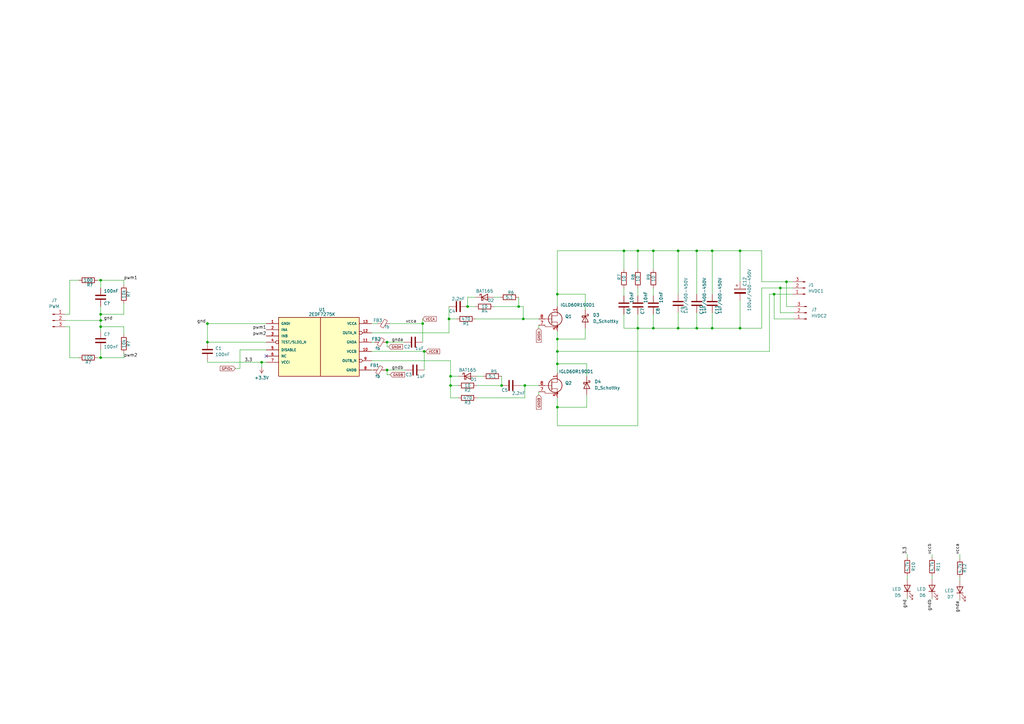
<source format=kicad_sch>
(kicad_sch (version 20211123) (generator eeschema)
  (paper "A3")
  (lib_symbols
    (symbol "2EDF7275K:2EDF7275K" (pin_names (offset 1.016))
      (property "Reference" "U1" (at 17.78 1.27 0))
      (property "Value" "2EDF7275K" (at 17.78 -0.635 0))
      (symbol "2EDF7275K_0_0"
        (rectangle (start 0 -1.905) (end 33.02 -26.035) (stroke (width 0.254)) (fill (type background)))
        (polyline (pts (xy 17.145 -1.905) (xy 17.145 -26.035)) (stroke (width 0.254)))
        (pin power_in line (at -5.08 -4.445 0) (length 5.08) (name "GNDI") (number "1"))
        (pin power_in line (at 38.1 -15.875 180) (length 5.08) (name "VCCB") (number "10"))
        (pin power_in line (at 38.1 -12.065 180) (length 5.08) (name "GNDA") (number "11"))
        (pin output inverted (at 38.1 -8.255 180) (length 5.08) (name "OUTA_N") (number "12"))
        (pin power_in line (at 38.1 -4.445 180) (length 5.08) (name "VCCA") (number "13"))
        (pin input line (at -5.08 -6.985 0) (length 5.08) (name "INA") (number "2"))
        (pin input line (at -5.08 -9.525 0) (length 5.08) (name "INB") (number "3"))
        (pin input inverted (at -5.08 -12.065 0) (length 5.08) (name "TEST/SLDO_N") (number "4"))
        (pin input line (at -5.08 -15.24 0) (length 5.08) (name "DISABLE") (number "5"))
        (pin passive line (at -5.08 -17.78 0) (length 5.08) (name "NC") (number "6"))
        (pin power_in line (at -5.08 -20.32 0) (length 5.08) (name "VCCI") (number "7"))
        (pin power_in line (at 38.1 -23.495 180) (length 5.08) (name "GNDB") (number "8"))
        (pin output inverted (at 38.1 -19.685 180) (length 5.08) (name "OUTB_N") (number "9"))
      )
    )
    (symbol "Connector:Conn_01x03_Male" (pin_names (offset 1.016) hide)
      (property "Reference" "J" (at 0 5.08 0))
      (property "Value" "Conn_01x03_Male" (at 0 -5.08 0))
      (symbol "Conn_01x03_Male_1_1"
        (polyline (pts (xy 1.27 -2.54) (xy 0.8636 -2.54)) (stroke (width 0.1524)))
        (polyline (pts (xy 1.27 0) (xy 0.8636 0)) (stroke (width 0.1524)))
        (polyline (pts (xy 1.27 2.54) (xy 0.8636 2.54)) (stroke (width 0.1524)))
        (rectangle (start 0.8636 -2.413) (end 0 -2.667) (stroke (width 0.1524)) (fill (type outline)))
        (rectangle (start 0.8636 0.127) (end 0 -0.127) (stroke (width 0.1524)) (fill (type outline)))
        (rectangle (start 0.8636 2.667) (end 0 2.413) (stroke (width 0.1524)) (fill (type outline)))
        (pin passive line (at 5.08 2.54 180) (length 3.81) (name "Pin_1") (number "1"))
        (pin passive line (at 5.08 0 180) (length 3.81) (name "Pin_2") (number "2"))
        (pin passive line (at 5.08 -2.54 180) (length 3.81) (name "Pin_3") (number "3"))
      )
    )
    (symbol "Device:C" (pin_numbers hide) (pin_names (offset 0.254))
      (property "Reference" "C" (at 0.635 2.54 0))
      (property "Value" "C" (at 0.635 -2.54 0))
      (symbol "C_0_1"
        (polyline (pts (xy -2.032 -0.762) (xy 2.032 -0.762)) (stroke (width 0.508)))
        (polyline (pts (xy -2.032 0.762) (xy 2.032 0.762)) (stroke (width 0.508)))
      )
      (symbol "C_1_1"
        (pin passive line (at 0 3.81 270) (length 2.794) (name "~") (number "1"))
        (pin passive line (at 0 -3.81 90) (length 2.794) (name "~") (number "2"))
      )
    )
    (symbol "Device:C_Polarized" (pin_numbers hide) (pin_names (offset 0.254))
      (property "Reference" "C" (at 0.635 2.54 0))
      (property "Value" "C_Polarized" (at 0.635 -2.54 0))
      (symbol "C_Polarized_0_1"
        (rectangle (start -2.286 0.508) (end 2.286 1.016))
        (polyline (pts (xy -1.778 2.286) (xy -0.762 2.286)))
        (polyline (pts (xy -1.27 2.794) (xy -1.27 1.778)))
        (rectangle (start 2.286 -0.508) (end -2.286 -1.016) (fill (type outline)))
      )
      (symbol "C_Polarized_1_1"
        (pin passive line (at 0 3.81 270) (length 2.794) (name "~") (number "1"))
        (pin passive line (at 0 -3.81 90) (length 2.794) (name "~") (number "2"))
      )
    )
    (symbol "Device:D_Schottky" (pin_numbers hide) (pin_names (offset 1.016) hide)
      (property "Reference" "D" (at 0 2.54 0))
      (property "Value" "D_Schottky" (at 0 -2.54 0))
      (symbol "D_Schottky_0_1"
        (polyline (pts (xy 1.27 0) (xy -1.27 0)))
        (polyline (pts (xy 1.27 1.27) (xy 1.27 -1.27) (xy -1.27 0) (xy 1.27 1.27)) (stroke (width 0.254)))
        (polyline (pts (xy -1.905 0.635) (xy -1.905 1.27) (xy -1.27 1.27) (xy -1.27 -1.27) (xy -0.635 -1.27) (xy -0.635 -0.635)) (stroke (width 0.254)))
      )
      (symbol "D_Schottky_1_1"
        (pin passive line (at -3.81 0 0) (length 2.54) (name "K") (number "1"))
        (pin passive line (at 3.81 0 180) (length 2.54) (name "A") (number "2"))
      )
    )
    (symbol "Device:FerriteBead_Small" (pin_numbers hide) (pin_names (offset 0))
      (property "Reference" "FB" (at 1.905 1.27 0))
      (property "Value" "FerriteBead_Small" (at 1.905 -1.27 0))
      (symbol "FerriteBead_Small_0_1"
        (polyline (pts (xy 0 -1.27) (xy 0 -0.7874)))
        (polyline (pts (xy 0 0.889) (xy 0 1.2954)))
        (polyline (pts (xy -1.8288 0.2794) (xy -1.1176 1.4986) (xy 1.8288 -0.2032) (xy 1.1176 -1.4224) (xy -1.8288 0.2794)))
      )
      (symbol "FerriteBead_Small_1_1"
        (pin passive line (at 0 2.54 270) (length 1.27) (name "~") (number "1"))
        (pin passive line (at 0 -2.54 90) (length 1.27) (name "~") (number "2"))
      )
    )
    (symbol "Device:LED" (pin_numbers hide) (pin_names (offset 1.016) hide)
      (property "Reference" "D" (at 0 2.54 0))
      (property "Value" "LED" (at 0 -2.54 0))
      (symbol "LED_0_1"
        (polyline (pts (xy -1.27 -1.27) (xy -1.27 1.27)) (stroke (width 0.254)))
        (polyline (pts (xy -1.27 0) (xy 1.27 0)))
        (polyline (pts (xy 1.27 -1.27) (xy 1.27 1.27) (xy -1.27 0) (xy 1.27 -1.27)) (stroke (width 0.254)))
        (polyline (pts (xy -3.048 -0.762) (xy -4.572 -2.286) (xy -3.81 -2.286) (xy -4.572 -2.286) (xy -4.572 -1.524)))
        (polyline (pts (xy -1.778 -0.762) (xy -3.302 -2.286) (xy -2.54 -2.286) (xy -3.302 -2.286) (xy -3.302 -1.524)))
      )
      (symbol "LED_1_1"
        (pin passive line (at -3.81 0 0) (length 2.54) (name "K") (number "1"))
        (pin passive line (at 3.81 0 180) (length 2.54) (name "A") (number "2"))
      )
    )
    (symbol "Device:R" (pin_numbers hide) (pin_names (offset 0))
      (property "Reference" "R" (at 2.032 0 90))
      (property "Value" "R" (at 0 0 90))
      (symbol "R_0_1"
        (rectangle (start -1.016 -2.54) (end 1.016 2.54) (stroke (width 0.254)))
      )
      (symbol "R_1_1"
        (pin passive line (at 0 3.81 270) (length 1.27) (name "~") (number "1"))
        (pin passive line (at 0 -3.81 90) (length 1.27) (name "~") (number "2"))
      )
    )
    (symbol "Transistor_FET:IGLD60R190D1" (pin_names (offset 0) hide)
      (property "Reference" "Q" (at 5.08 1.905 0))
      (property "Value" "IGLD60R190D1" (at 5.08 0 0))
      (symbol "IGLD60R190D1_0_1"
        (polyline (pts (xy -2.54 0) (xy 0.254 0)))
        (polyline (pts (xy -2.54 -2.54) (xy -2.54 -3.175) (xy 2.54 -3.175)))
        (polyline (pts (xy 0.254 -1.27) (xy 2.54 -1.27) (xy 2.54 -2.54)))
        (polyline (pts (xy 0.254 1.905) (xy 0.254 -1.905) (xy 0.254 -1.905)) (stroke (width 0.254)))
        (polyline (pts (xy 2.54 2.54) (xy 2.54 1.27) (xy 0.254 1.27)))
        (circle (center 1.651 0) (radius 2.8194) (stroke (width 0.254)))
        (circle (center 2.54 -3.175) (radius 0.2794) (fill (type outline)))
      )
      (symbol "IGLD60R190D1_1_1"
        (pin passive line (at 2.54 5.08 270) (length 2.54) (name "D") (number "1"))
        (pin passive line (at 2.54 5.08 270) (length 2.54) hide (name "D") (number "2"))
        (pin passive line (at 2.54 5.08 270) (length 2.54) hide (name "D") (number "3"))
        (pin passive line (at 2.54 5.08 270) (length 2.54) hide (name "D") (number "4"))
        (pin passive line (at 2.54 -5.08 90) (length 2.54) (name "S") (number "5"))
        (pin passive line (at 2.54 -5.08 90) (length 2.54) hide (name "S") (number "6"))
        (pin passive line (at -5.08 -2.54 0) (length 2.54) (name "SS") (number "7"))
        (pin input line (at -5.08 0 0) (length 2.54) (name "G") (number "8"))
        (pin passive line (at 2.54 -5.08 90) (length 2.54) hide (name "S") (number "9"))
      )
    )
    (symbol "power:+3.3V" (power) (pin_names (offset 0))
      (property "Value" "+3.3V" (at 0 3.556 0))
      (symbol "+3.3V_0_1"
        (polyline (pts (xy -0.762 1.27) (xy 0 2.54)))
        (polyline (pts (xy 0 0) (xy 0 2.54)))
        (polyline (pts (xy 0 2.54) (xy 0.762 1.27)))
      )
      (symbol "+3.3V_1_1"
        (pin power_in line (at 0 0 90) (length 0) hide (name "+3.3V") (number "1"))
      )
    )
  )
  (junction (at 184.785 154.305))
  (junction (at 41.275 146.685))
  (junction (at 205.74 158.115))
  (junction (at 267.97 102.87))
  (junction (at 322.58 115.57))
  (junction (at 228.6 167.005))
  (junction (at 158.75 151.765))
  (junction (at 212.725 125.73))
  (junction (at 184.785 158.115))
  (junction (at 41.275 133.985))
  (junction (at 303.53 102.87))
  (junction (at 261.62 134.62))
  (junction (at 278.13 134.62))
  (junction (at 278.13 102.87))
  (junction (at 228.6 120.65))
  (junction (at 228.6 144.145))
  (junction (at 184.15 130.81))
  (junction (at 228.6 139.065))
  (junction (at 41.275 128.905))
  (junction (at 261.62 102.87))
  (junction (at 85.09 140.335))
  (junction (at 214.63 130.81))
  (junction (at 228.6 149.225))
  (junction (at 285.75 102.87))
  (junction (at 267.97 134.62))
  (junction (at 173.355 132.715))
  (junction (at 215.265 158.115))
  (junction (at 292.1 134.62))
  (junction (at 85.09 132.715))
  (junction (at 303.53 134.62))
  (junction (at 255.905 102.87))
  (junction (at 317.5 120.65))
  (junction (at 41.275 131.445))
  (junction (at 41.275 114.935))
  (junction (at 320.04 118.11))
  (junction (at 292.1 102.87))
  (junction (at 191.77 125.73))
  (junction (at 173.99 144.145))
  (junction (at 158.75 140.335))
  (junction (at 285.75 134.62))
  (junction (at 107.315 148.59))
  (no_connect (at 109.22 146.05))
  (wire (pts (xy 191.77 121.92) (xy 194.945 121.92)))
  (wire (pts (xy 28.575 146.685) (xy 28.575 133.985)))
  (wire (pts (xy 96.52 151.13) (xy 98.425 151.13)))
  (wire (pts (xy 292.1 128.27) (xy 292.1 134.62)))
  (wire (pts (xy 317.5 120.65) (xy 325.12 120.65)))
  (wire (pts (xy 292.1 134.62) (xy 303.53 134.62)))
  (wire (pts (xy 393.7 236.855) (xy 393.7 238.125)))
  (wire (pts (xy 85.09 140.335) (xy 109.22 140.335)))
  (wire (pts (xy 240.665 149.225) (xy 228.6 149.225)))
  (wire (pts (xy 195.58 158.115) (xy 205.74 158.115)))
  (wire (pts (xy 228.6 135.89) (xy 228.6 139.065)))
  (wire (pts (xy 325.755 125.73) (xy 322.58 125.73)))
  (wire (pts (xy 267.97 134.62) (xy 278.13 134.62)))
  (wire (pts (xy 267.97 110.49) (xy 267.97 102.87)))
  (wire (pts (xy 28.575 114.935) (xy 32.385 114.935)))
  (wire (pts (xy 312.42 102.87) (xy 312.42 115.57)))
  (wire (pts (xy 220.98 161.925) (xy 220.98 160.655)))
  (wire (pts (xy 322.58 125.73) (xy 322.58 115.57)))
  (wire (pts (xy 158.115 151.765) (xy 158.75 151.765)))
  (wire (pts (xy 285.75 134.62) (xy 292.1 134.62)))
  (wire (pts (xy 267.97 102.87) (xy 278.13 102.87)))
  (wire (pts (xy 98.425 143.51) (xy 98.425 151.13)))
  (wire (pts (xy 158.75 140.335) (xy 165.735 140.335)))
  (wire (pts (xy 267.97 118.11) (xy 267.97 121.285)))
  (wire (pts (xy 107.315 150.495) (xy 107.315 148.59)))
  (wire (pts (xy 152.4 132.715) (xy 154.94 132.715)))
  (wire (pts (xy 255.905 134.62) (xy 255.905 128.905)))
  (wire (pts (xy 41.275 133.985) (xy 41.275 135.89)))
  (wire (pts (xy 228.6 149.225) (xy 228.6 153.035)))
  (wire (pts (xy 85.09 132.715) (xy 109.22 132.715)))
  (wire (pts (xy 315.595 144.145) (xy 315.595 120.65)))
  (wire (pts (xy 50.8 116.84) (xy 50.8 114.935)))
  (wire (pts (xy 28.575 128.905) (xy 28.575 114.935)))
  (wire (pts (xy 173.355 132.715) (xy 173.355 140.335)))
  (wire (pts (xy 41.275 114.935) (xy 41.275 118.11)))
  (wire (pts (xy 202.565 125.73) (xy 212.725 125.73)))
  (wire (pts (xy 228.6 102.87) (xy 228.6 120.65)))
  (wire (pts (xy 240.665 154.305) (xy 240.665 149.225)))
  (wire (pts (xy 382.27 227.33) (xy 382.27 228.6)))
  (wire (pts (xy 228.6 167.005) (xy 228.6 174.625)))
  (wire (pts (xy 267.97 128.905) (xy 267.97 134.62)))
  (wire (pts (xy 152.4 144.145) (xy 173.99 144.145)))
  (wire (pts (xy 184.15 130.81) (xy 184.15 125.73)))
  (wire (pts (xy 215.265 158.115) (xy 220.98 158.115)))
  (wire (pts (xy 194.945 125.73) (xy 191.77 125.73)))
  (wire (pts (xy 278.13 134.62) (xy 285.75 134.62)))
  (wire (pts (xy 317.5 130.81) (xy 317.5 120.65)))
  (wire (pts (xy 187.325 130.81) (xy 184.15 130.81)))
  (wire (pts (xy 303.53 115.57) (xy 303.53 102.87)))
  (wire (pts (xy 255.905 118.11) (xy 255.905 121.285)))
  (wire (pts (xy 240.03 134.62) (xy 240.03 139.065)))
  (wire (pts (xy 158.75 153.67) (xy 158.75 151.765)))
  (wire (pts (xy 240.03 139.065) (xy 228.6 139.065)))
  (wire (pts (xy 213.36 158.115) (xy 215.265 158.115)))
  (wire (pts (xy 50.8 137.16) (xy 50.8 133.985)))
  (wire (pts (xy 184.785 147.955) (xy 184.785 154.305)))
  (wire (pts (xy 278.13 128.27) (xy 278.13 134.62)))
  (wire (pts (xy 160.02 132.715) (xy 173.355 132.715)))
  (wire (pts (xy 278.13 102.87) (xy 285.75 102.87)))
  (wire (pts (xy 152.4 136.525) (xy 184.15 136.525)))
  (wire (pts (xy 261.62 118.11) (xy 261.62 121.285)))
  (wire (pts (xy 261.62 102.87) (xy 261.62 110.49)))
  (wire (pts (xy 26.67 128.905) (xy 28.575 128.905)))
  (wire (pts (xy 382.27 245.745) (xy 382.27 245.11)))
  (wire (pts (xy 41.275 125.73) (xy 41.275 128.905)))
  (wire (pts (xy 240.665 161.925) (xy 240.665 167.005)))
  (wire (pts (xy 26.67 133.985) (xy 28.575 133.985)))
  (wire (pts (xy 303.53 102.87) (xy 312.42 102.87)))
  (wire (pts (xy 195.58 154.305) (xy 198.12 154.305)))
  (wire (pts (xy 214.63 130.81) (xy 220.98 130.81)))
  (wire (pts (xy 372.11 227.33) (xy 372.11 228.6)))
  (wire (pts (xy 40.005 146.685) (xy 41.275 146.685)))
  (wire (pts (xy 50.8 146.685) (xy 41.275 146.685)))
  (wire (pts (xy 152.4 151.765) (xy 153.035 151.765)))
  (wire (pts (xy 187.96 158.115) (xy 184.785 158.115)))
  (wire (pts (xy 50.8 124.46) (xy 50.8 128.905)))
  (wire (pts (xy 240.03 127) (xy 240.03 120.65)))
  (wire (pts (xy 303.53 123.19) (xy 303.53 134.62)))
  (wire (pts (xy 50.8 114.935) (xy 41.275 114.935)))
  (wire (pts (xy 240.03 120.65) (xy 228.6 120.65)))
  (wire (pts (xy 228.6 144.145) (xy 315.595 144.145)))
  (wire (pts (xy 26.67 131.445) (xy 41.275 131.445)))
  (wire (pts (xy 41.275 146.685) (xy 41.275 143.51)))
  (wire (pts (xy 184.15 136.525) (xy 184.15 130.81)))
  (wire (pts (xy 85.09 148.59) (xy 107.315 148.59)))
  (wire (pts (xy 107.315 148.59) (xy 109.22 148.59)))
  (wire (pts (xy 205.74 158.115) (xy 205.74 154.305)))
  (wire (pts (xy 261.62 134.62) (xy 255.905 134.62)))
  (wire (pts (xy 85.09 147.955) (xy 85.09 148.59)))
  (wire (pts (xy 228.6 163.195) (xy 228.6 167.005)))
  (wire (pts (xy 85.09 140.335) (xy 85.09 132.715)))
  (wire (pts (xy 41.275 128.905) (xy 41.275 131.445)))
  (wire (pts (xy 152.4 140.335) (xy 153.67 140.335)))
  (wire (pts (xy 255.905 102.87) (xy 261.62 102.87)))
  (wire (pts (xy 312.42 115.57) (xy 322.58 115.57)))
  (wire (pts (xy 393.7 246.38) (xy 393.7 245.745)))
  (wire (pts (xy 50.8 128.905) (xy 41.275 128.905)))
  (wire (pts (xy 312.42 118.11) (xy 320.04 118.11)))
  (wire (pts (xy 372.11 236.22) (xy 372.11 237.49)))
  (wire (pts (xy 322.58 115.57) (xy 325.12 115.57)))
  (wire (pts (xy 41.275 131.445) (xy 42.545 131.445)))
  (wire (pts (xy 195.58 163.195) (xy 215.265 163.195)))
  (wire (pts (xy 303.53 102.87) (xy 292.1 102.87)))
  (wire (pts (xy 158.75 142.24) (xy 158.75 140.335)))
  (wire (pts (xy 228.6 174.625) (xy 261.62 174.625)))
  (wire (pts (xy 312.42 134.62) (xy 312.42 118.11)))
  (wire (pts (xy 184.785 163.195) (xy 184.785 158.115)))
  (wire (pts (xy 50.8 133.985) (xy 41.275 133.985)))
  (wire (pts (xy 267.97 102.87) (xy 261.62 102.87)))
  (wire (pts (xy 220.98 134.62) (xy 220.98 133.35)))
  (wire (pts (xy 212.725 125.73) (xy 212.725 121.92)))
  (wire (pts (xy 158.75 151.765) (xy 166.37 151.765)))
  (wire (pts (xy 184.785 147.955) (xy 152.4 147.955)))
  (wire (pts (xy 187.96 163.195) (xy 184.785 163.195)))
  (wire (pts (xy 285.75 120.65) (xy 285.75 102.87)))
  (wire (pts (xy 159.385 142.24) (xy 158.75 142.24)))
  (wire (pts (xy 278.13 120.65) (xy 278.13 102.87)))
  (wire (pts (xy 214.63 130.81) (xy 214.63 125.73)))
  (wire (pts (xy 285.75 128.27) (xy 285.75 134.62)))
  (wire (pts (xy 173.355 130.81) (xy 173.355 132.715)))
  (wire (pts (xy 261.62 134.62) (xy 267.97 134.62)))
  (wire (pts (xy 32.385 146.685) (xy 28.575 146.685)))
  (wire (pts (xy 50.8 144.78) (xy 50.8 146.685)))
  (wire (pts (xy 191.77 125.73) (xy 191.77 121.92)))
  (wire (pts (xy 173.99 144.145) (xy 173.99 151.765)))
  (wire (pts (xy 41.275 133.985) (xy 41.275 131.445)))
  (wire (pts (xy 255.905 102.87) (xy 228.6 102.87)))
  (wire (pts (xy 325.755 128.27) (xy 320.04 128.27)))
  (wire (pts (xy 292.1 120.65) (xy 292.1 102.87)))
  (wire (pts (xy 372.11 245.745) (xy 372.11 245.11)))
  (wire (pts (xy 160.02 153.67) (xy 158.75 153.67)))
  (wire (pts (xy 382.27 236.22) (xy 382.27 237.49)))
  (wire (pts (xy 228.6 120.65) (xy 228.6 125.73)))
  (wire (pts (xy 285.75 102.87) (xy 292.1 102.87)))
  (wire (pts (xy 228.6 144.145) (xy 228.6 149.225)))
  (wire (pts (xy 173.99 144.145) (xy 174.625 144.145)))
  (wire (pts (xy 40.005 114.935) (xy 41.275 114.935)))
  (wire (pts (xy 184.785 154.305) (xy 187.96 154.305)))
  (wire (pts (xy 214.63 125.73) (xy 212.725 125.73)))
  (wire (pts (xy 320.04 118.11) (xy 325.12 118.11)))
  (wire (pts (xy 255.905 110.49) (xy 255.905 102.87)))
  (wire (pts (xy 98.425 143.51) (xy 109.22 143.51)))
  (wire (pts (xy 215.265 163.195) (xy 215.265 158.115)))
  (wire (pts (xy 325.755 130.81) (xy 317.5 130.81)))
  (wire (pts (xy 202.565 121.92) (xy 205.105 121.92)))
  (wire (pts (xy 320.04 128.27) (xy 320.04 118.11)))
  (wire (pts (xy 261.62 174.625) (xy 261.62 134.62)))
  (wire (pts (xy 194.945 130.81) (xy 214.63 130.81)))
  (wire (pts (xy 84.455 132.715) (xy 85.09 132.715)))
  (wire (pts (xy 240.665 167.005) (xy 228.6 167.005)))
  (wire (pts (xy 228.6 139.065) (xy 228.6 144.145)))
  (wire (pts (xy 261.62 128.905) (xy 261.62 134.62)))
  (wire (pts (xy 184.785 158.115) (xy 184.785 154.305)))
  (wire (pts (xy 303.53 134.62) (xy 312.42 134.62)))
  (wire (pts (xy 315.595 120.65) (xy 317.5 120.65)))
  (wire (pts (xy 393.7 227.33) (xy 393.7 229.235)))
  (label "pwm1" (at 109.22 135.255 180))
  (label "pwm2" (at 50.8 146.685 0))
  (label "gnd" (at 372.11 245.745 270))
  (label "gnda" (at 160.655 140.335 0))
  (label "pwm1" (at 50.8 114.935 0))
  (label "pwm2" (at 109.22 137.795 180))
  (label "gnda" (at 393.7 246.38 270))
  (label "vcca" (at 166.37 132.715 0))
  (label "vcca" (at 393.7 227.33 90))
  (label "gndb" (at 382.27 245.745 270))
  (label "3.3" (at 372.11 227.33 90))
  (label "vccb" (at 382.27 227.33 90))
  (label "gndb" (at 160.655 151.765 0))
  (label "gnd" (at 84.455 132.715 180))
  (label "gnd" (at 42.545 131.445 0))
  (label "3.3" (at 103.505 148.59 180))
  (global_label "GNDA" (shape input) (at 159.385 142.24 0) (effects (font (size 1 1))) (property "Intersheet References" "${INTERSHEET_REFS}" (effects hide)))
  (global_label "GNDB" (shape input) (at 220.98 161.925 270) (effects (font (size 1 1))) (property "Intersheet References" "${INTERSHEET_REFS}" (effects hide)))
  (global_label "GNDA" (shape input) (at 220.98 134.62 270) (effects (font (size 1 1))) (property "Intersheet References" "${INTERSHEET_REFS}" (effects hide)))
  (global_label "GNDB" (shape input) (at 160.02 153.67 0) (effects (font (size 1 1))) (property "Intersheet References" "${INTERSHEET_REFS}" (effects hide)))
  (global_label "VCCA" (shape input) (at 173.355 130.81 0) (effects (font (size 1 1))) (property "Intersheet References" "${INTERSHEET_REFS}" (effects hide)))
  (global_label "VCCB" (shape input) (at 174.625 144.145 0) (effects (font (size 1 1))) (property "Intersheet References" "${INTERSHEET_REFS}" (effects hide)))
  (global_label "GPIOx" (shape input) (at 96.52 151.13 180) (effects (font (size 1 1))) (property "Intersheet References" "${INTERSHEET_REFS}" (effects hide)))
  (symbol (lib_id "Device:R") (at 261.62 114.3 180) (unit 1)
    (property "Reference" "R8" (at 259.715 113.665 90))
    (property "Value" "10" (at 261.62 114.3 90))
  )
  (symbol (lib_id "Connector:Conn_01x03_Male") (at 330.835 128.27 180) (unit 1)
    (property "Reference" "J?" (at 332.74 126.9999 0) (effects (justify right)))
    (property "Value" "HVDC2" (at 332.74 129.5399 0) (effects (justify right)))
  )
  (symbol (lib_id "Device:FerriteBead_Small") (at 156.21 140.335 90) (unit 1)
    (property "Reference" "FB2" (at 154.305 139.065 90))
    (property "Value" "fb" (at 154.94 142.875 90))
  )
  (symbol (lib_id "Device:R") (at 191.77 163.195 90) (unit 1)
    (property "Reference" "R3" (at 191.77 165.1 90))
    (property "Value" "470" (at 191.77 163.195 90))
  )
  (symbol (lib_id "Device:R") (at 393.7 233.045 180) (unit 1)
    (property "Reference" "R12" (at 395.605 233.045 90))
    (property "Value" "4.7k" (at 393.7 233.045 90))
  )
  (symbol (lib_id "Device:R") (at 191.135 130.81 90) (unit 1)
    (property "Reference" "R1" (at 191.135 132.715 90))
    (property "Value" "470" (at 191.135 130.81 90))
  )
  (symbol (lib_id "Device:R") (at 382.27 232.41 180) (unit 1)
    (property "Reference" "R11" (at 384.81 232.41 90))
    (property "Value" "4.7k" (at 382.27 232.41 90))
  )
  (symbol (lib_id "Device:LED") (at 382.27 241.3 90) (unit 1)
    (property "Reference" "D6" (at 379.73 244.1576 90) (effects (justify left)))
    (property "Value" "LED" (at 379.73 241.6176 90) (effects (justify left)))
  )
  (symbol (lib_id "Device:D_Schottky") (at 240.665 158.115 270) (unit 1)
    (property "Reference" "D4" (at 243.84 156.5274 90) (effects (justify left)))
    (property "Value" "D_Schottky" (at 243.84 159.0674 90) (effects (justify left)))
  )
  (symbol (lib_id "Device:C") (at 169.545 140.335 90) (unit 1)
    (property "Reference" "C2" (at 167.005 142.24 90))
    (property "Value" "1uF" (at 172.085 142.875 90))
  )
  (symbol (lib_id "Device:C") (at 261.62 125.095 180) (unit 1)
    (property "Reference" "C7" (at 263.525 127.635 90))
    (property "Value" "10nF" (at 264.795 121.92 90))
  )
  (symbol (lib_id "Device:FerriteBead_Small") (at 157.48 132.715 90) (unit 1)
    (property "Reference" "FB3" (at 154.94 131.445 90))
    (property "Value" "fb" (at 158.75 133.985 90))
  )
  (symbol (lib_id "Device:C") (at 255.905 125.095 180) (unit 1)
    (property "Reference" "C6" (at 257.81 127.635 90))
    (property "Value" "10nF" (at 259.08 121.92 90))
  )
  (symbol (lib_id "Connector:Conn_01x03_Male") (at 21.59 131.445 0) (unit 1)
    (property "Reference" "J?" (at 22.225 123.19 0))
    (property "Value" "PWM" (at 22.225 125.73 0))
  )
  (symbol (lib_id "Device:C") (at 209.55 158.115 90) (unit 1)
    (property "Reference" "C5" (at 207.01 160.02 90))
    (property "Value" "2.2nF" (at 212.725 161.29 90))
  )
  (symbol (lib_id "Device:C") (at 187.96 125.73 90) (unit 1)
    (property "Reference" "C4" (at 185.42 127.635 90))
    (property "Value" "2.2nF" (at 187.96 122.555 90))
  )
  (symbol (lib_id "Device:C") (at 41.275 121.92 0) (mirror x) (unit 1)
    (property "Reference" "C?" (at 42.545 124.46 0) (effects (justify left)))
    (property "Value" "100nF" (at 42.545 119.38 0) (effects (justify left)))
  )
  (symbol (lib_id "Device:R") (at 50.8 140.97 180) (unit 1)
    (property "Reference" "R?" (at 52.705 140.97 90))
    (property "Value" "10k" (at 50.8 140.97 90))
  )
  (symbol (lib_id "Device:R") (at 50.8 120.65 0) (mirror y) (unit 1)
    (property "Reference" "R?" (at 52.705 120.65 90))
    (property "Value" "10k" (at 50.8 120.65 90))
  )
  (symbol (lib_id "Device:C") (at 292.1 124.46 180) (unit 1)
    (property "Reference" "C11" (at 294.005 127 90))
    (property "Value" "1uF/400-450V" (at 295.275 121.285 90))
  )
  (symbol (lib_id "Device:R") (at 201.93 154.305 90) (unit 1)
    (property "Reference" "R5" (at 202.565 152.4 90))
    (property "Value" "5.1" (at 201.93 154.305 90))
  )
  (symbol (lib_id "Device:C") (at 278.13 124.46 180) (unit 1)
    (property "Reference" "C9" (at 280.035 127 90))
    (property "Value" "1uF/400-450V" (at 281.305 121.285 90))
  )
  (symbol (lib_id "Device:C") (at 41.275 139.7 0) (unit 1)
    (property "Reference" "C?" (at 42.545 137.16 0) (effects (justify left)))
    (property "Value" "100nF" (at 42.545 142.24 0) (effects (justify left)))
  )
  (symbol (lib_id "Device:FerriteBead_Small") (at 155.575 151.765 90) (unit 1)
    (property "Reference" "FB1" (at 153.67 149.86 90))
    (property "Value" "fb" (at 154.94 154.305 90))
  )
  (symbol (lib_id "Device:R") (at 372.11 232.41 180) (unit 1)
    (property "Reference" "R10" (at 374.65 232.41 90))
    (property "Value" "4.7k" (at 372.11 232.41 90))
  )
  (symbol (lib_id "2EDF7275K:2EDF7275K") (at 114.3 128.27 0) (unit 1)
    (property "Reference" "U1" (at 132.08 127 0))
    (property "Value" "2EDF7275K" (at 132.08 128.905 0))
    (property "Footprint" "footprint:TFLGA65P500X500X106-14_13N-V" (effects hide))
  )
  (symbol (lib_id "Transistor_FET:IGLD60R190D1") (at 226.06 130.81 0) (unit 1)
    (property "Reference" "Q1" (at 231.775 129.7939 0) (effects (justify left)))
    (property "Value" "IGLD60R190D1" (at 229.87 125.095 0) (effects (justify left)))
    (property "Footprint" "Package_SON:Infineon_PG-LSON-8-1" (effects hide))
    (property "Datasheet" "https://www.infineon.com/dgdl/Infineon-IGLD60R190D1-DataSheet-v02_00-EN.pdf?fileId=5546d46269e1c019016a6d78ff5e2aba" (effects hide))
  )
  (symbol (lib_id "Device:R") (at 255.905 114.3 180) (unit 1)
    (property "Reference" "R7" (at 254 113.665 90))
    (property "Value" "10" (at 255.905 114.3 90))
  )
  (symbol (lib_id "Device:C") (at 267.97 125.095 180) (unit 1)
    (property "Reference" "C8" (at 269.875 127.635 90))
    (property "Value" "10nF" (at 271.145 121.92 90))
  )
  (symbol (lib_id "Device:R") (at 36.195 114.935 90) (mirror x) (unit 1)
    (property "Reference" "R?" (at 36.83 116.84 90))
    (property "Value" "100" (at 36.195 114.935 90))
  )
  (symbol (lib_id "Device:D_Schottky") (at 240.03 130.81 270) (unit 1)
    (property "Reference" "D3" (at 243.205 129.2224 90) (effects (justify left)))
    (property "Value" "D_Schottky" (at 243.205 131.7624 90) (effects (justify left)))
  )
  (symbol (lib_id "Connector:Conn_01x03_Male") (at 330.2 118.11 180) (unit 1)
    (property "Reference" "J1" (at 331.47 116.8399 0) (effects (justify right)))
    (property "Value" "HVDC1" (at 331.47 119.3799 0) (effects (justify right)))
  )
  (symbol (lib_id "power:+3.3V") (at 107.315 150.495 180) (unit 1)
    (property "Reference" "#PWR01" (effects hide))
    (property "Value" "+3.3V" (at 107.315 154.94 0))
  )
  (symbol (lib_id "Device:C") (at 170.18 151.765 90) (unit 1)
    (property "Reference" "C3" (at 167.64 153.67 90))
    (property "Value" "1uF" (at 172.72 154.305 90))
  )
  (symbol (lib_id "Device:R") (at 36.195 146.685 90) (unit 1)
    (property "Reference" "R?" (at 36.195 148.59 90))
    (property "Value" "100" (at 36.195 146.685 90))
  )
  (symbol (lib_id "Device:D_Schottky") (at 198.755 121.92 0) (unit 1)
    (property "Reference" "D2" (at 201.295 123.19 0))
    (property "Value" "BAT165" (at 198.755 119.38 0))
  )
  (symbol (lib_id "Device:R") (at 191.77 158.115 90) (unit 1)
    (property "Reference" "R2" (at 191.77 160.02 90))
    (property "Value" "10" (at 191.77 158.115 90))
  )
  (symbol (lib_id "Device:D_Schottky") (at 191.77 154.305 0) (unit 1)
    (property "Reference" "D1" (at 194.31 155.575 0))
    (property "Value" "BAT165" (at 191.77 151.765 0))
  )
  (symbol (lib_id "Device:C") (at 285.75 124.46 180) (unit 1)
    (property "Reference" "C10" (at 287.655 127 90))
    (property "Value" "1uF/400-450V" (at 288.925 121.285 90))
  )
  (symbol (lib_id "Device:R") (at 208.915 121.92 90) (unit 1)
    (property "Reference" "R6" (at 209.55 120.015 90))
    (property "Value" "5.1" (at 208.915 121.92 90))
  )
  (symbol (lib_id "Device:R") (at 198.755 125.73 90) (unit 1)
    (property "Reference" "R4" (at 198.755 127.635 90))
    (property "Value" "10" (at 198.755 125.73 90))
  )
  (symbol (lib_id "Device:C_Polarized") (at 303.53 119.38 0) (unit 1)
    (property "Reference" "C12" (at 305.435 117.475 90) (effects (justify left)))
    (property "Value" "100uF/400-450V" (at 307.34 127.635 90) (effects (justify left)))
  )
  (symbol (lib_id "Device:LED") (at 372.11 241.3 90) (unit 1)
    (property "Reference" "D5" (at 369.57 244.1576 90) (effects (justify left)))
    (property "Value" "LED" (at 369.57 241.6176 90) (effects (justify left)))
  )
  (symbol (lib_id "Transistor_FET:IGLD60R190D1") (at 226.06 158.115 0) (unit 1)
    (property "Reference" "Q2" (at 231.775 157.0989 0) (effects (justify left)))
    (property "Value" "IGLD60R190D1" (at 229.235 152.4 0) (effects (justify left)))
    (property "Footprint" "Package_SON:Infineon_PG-LSON-8-1" (effects hide))
    (property "Datasheet" "https://www.infineon.com/dgdl/Infineon-IGLD60R190D1-DataSheet-v02_00-EN.pdf?fileId=5546d46269e1c019016a6d78ff5e2aba" (effects hide))
  )
  (symbol (lib_id "Device:C") (at 85.09 144.145 0) (unit 1)
    (property "Reference" "C1" (at 88.265 142.8749 0) (effects (justify left)))
    (property "Value" "100nF" (at 88.265 145.4149 0) (effects (justify left)))
  )
  (symbol (lib_id "Device:R") (at 267.97 114.3 180) (unit 1)
    (property "Reference" "R9" (at 266.065 113.665 90))
    (property "Value" "10" (at 267.97 114.3 90))
  )
  (symbol (lib_id "Device:LED") (at 393.7 241.935 90) (unit 1)
    (property "Reference" "D7" (at 391.16 244.7926 90) (effects (justify left)))
    (property "Value" "LED" (at 391.16 242.2526 90) (effects (justify left)))
  )
)
</source>
